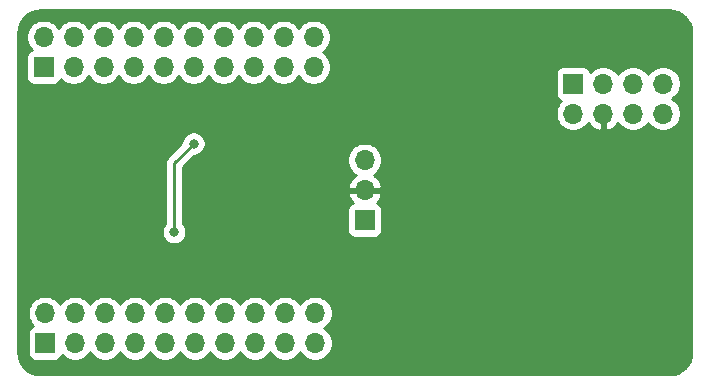
<source format=gbr>
%TF.GenerationSoftware,KiCad,Pcbnew,(5.1.8)-1*%
%TF.CreationDate,2021-12-09T12:46:22+01:00*%
%TF.ProjectId,Prototyp,50726f74-6f74-4797-902e-6b696361645f,rev?*%
%TF.SameCoordinates,Original*%
%TF.FileFunction,Copper,L2,Bot*%
%TF.FilePolarity,Positive*%
%FSLAX46Y46*%
G04 Gerber Fmt 4.6, Leading zero omitted, Abs format (unit mm)*
G04 Created by KiCad (PCBNEW (5.1.8)-1) date 2021-12-09 12:46:22*
%MOMM*%
%LPD*%
G01*
G04 APERTURE LIST*
%TA.AperFunction,ComponentPad*%
%ADD10O,1.700000X1.700000*%
%TD*%
%TA.AperFunction,ComponentPad*%
%ADD11R,1.700000X1.700000*%
%TD*%
%TA.AperFunction,ViaPad*%
%ADD12C,0.800000*%
%TD*%
%TA.AperFunction,Conductor*%
%ADD13C,0.250000*%
%TD*%
%TA.AperFunction,Conductor*%
%ADD14C,0.254000*%
%TD*%
%TA.AperFunction,Conductor*%
%ADD15C,0.100000*%
%TD*%
G04 APERTURE END LIST*
D10*
%TO.P,J3,8*%
%TO.N,Net-(J3-Pad8)*%
X243332000Y-109347000D03*
%TO.P,J3,7*%
%TO.N,Net-(J3-Pad7)*%
X243332000Y-106807000D03*
%TO.P,J3,6*%
%TO.N,Net-(J3-Pad6)*%
X240792000Y-109347000D03*
%TO.P,J3,5*%
%TO.N,Net-(J3-Pad5)*%
X240792000Y-106807000D03*
%TO.P,J3,4*%
%TO.N,GND*%
X238252000Y-109347000D03*
%TO.P,J3,3*%
%TO.N,Net-(J3-Pad3)*%
X238252000Y-106807000D03*
%TO.P,J3,2*%
%TO.N,Net-(J3-Pad2)*%
X235712000Y-109347000D03*
D11*
%TO.P,J3,1*%
%TO.N,Net-(J3-Pad1)*%
X235712000Y-106807000D03*
%TD*%
D10*
%TO.P,J4,3*%
%TO.N,Net-(J4-Pad3)*%
X218059000Y-113284000D03*
%TO.P,J4,2*%
%TO.N,GND*%
X218059000Y-115824000D03*
D11*
%TO.P,J4,1*%
%TO.N,Net-(J4-Pad1)*%
X218059000Y-118364000D03*
%TD*%
D10*
%TO.P,J2,20*%
%TO.N,Net-(J2-Pad20)*%
X213741000Y-102870000D03*
%TO.P,J2,19*%
%TO.N,Net-(J2-Pad19)*%
X213741000Y-105410000D03*
%TO.P,J2,18*%
%TO.N,Net-(J2-Pad18)*%
X211201000Y-102870000D03*
%TO.P,J2,17*%
%TO.N,Net-(J2-Pad17)*%
X211201000Y-105410000D03*
%TO.P,J2,16*%
%TO.N,Net-(J2-Pad16)*%
X208661000Y-102870000D03*
%TO.P,J2,15*%
%TO.N,Net-(J2-Pad15)*%
X208661000Y-105410000D03*
%TO.P,J2,14*%
%TO.N,Net-(J2-Pad14)*%
X206121000Y-102870000D03*
%TO.P,J2,13*%
%TO.N,Net-(J2-Pad13)*%
X206121000Y-105410000D03*
%TO.P,J2,12*%
%TO.N,Net-(J2-Pad12)*%
X203581000Y-102870000D03*
%TO.P,J2,11*%
%TO.N,Net-(J2-Pad11)*%
X203581000Y-105410000D03*
%TO.P,J2,10*%
%TO.N,Net-(J2-Pad10)*%
X201041000Y-102870000D03*
%TO.P,J2,9*%
%TO.N,Net-(J2-Pad9)*%
X201041000Y-105410000D03*
%TO.P,J2,8*%
%TO.N,Net-(J2-Pad8)*%
X198501000Y-102870000D03*
%TO.P,J2,7*%
%TO.N,Net-(J2-Pad7)*%
X198501000Y-105410000D03*
%TO.P,J2,6*%
%TO.N,Net-(J2-Pad6)*%
X195961000Y-102870000D03*
%TO.P,J2,5*%
%TO.N,Net-(J2-Pad5)*%
X195961000Y-105410000D03*
%TO.P,J2,4*%
%TO.N,Net-(J2-Pad4)*%
X193421000Y-102870000D03*
%TO.P,J2,3*%
%TO.N,Net-(J2-Pad3)*%
X193421000Y-105410000D03*
%TO.P,J2,2*%
%TO.N,Net-(J2-Pad2)*%
X190881000Y-102870000D03*
D11*
%TO.P,J2,1*%
%TO.N,Net-(J2-Pad1)*%
X190881000Y-105410000D03*
%TD*%
D10*
%TO.P,J1,20*%
%TO.N,Net-(J1-Pad20)*%
X213868000Y-126238000D03*
%TO.P,J1,19*%
%TO.N,Net-(J1-Pad19)*%
X213868000Y-128778000D03*
%TO.P,J1,18*%
%TO.N,Net-(J1-Pad18)*%
X211328000Y-126238000D03*
%TO.P,J1,17*%
%TO.N,Net-(J1-Pad17)*%
X211328000Y-128778000D03*
%TO.P,J1,16*%
%TO.N,Net-(J1-Pad16)*%
X208788000Y-126238000D03*
%TO.P,J1,15*%
%TO.N,Net-(J1-Pad15)*%
X208788000Y-128778000D03*
%TO.P,J1,14*%
%TO.N,Net-(J1-Pad14)*%
X206248000Y-126238000D03*
%TO.P,J1,13*%
%TO.N,Net-(J1-Pad13)*%
X206248000Y-128778000D03*
%TO.P,J1,12*%
%TO.N,Net-(J1-Pad12)*%
X203708000Y-126238000D03*
%TO.P,J1,11*%
%TO.N,Net-(J1-Pad11)*%
X203708000Y-128778000D03*
%TO.P,J1,10*%
%TO.N,Net-(J1-Pad10)*%
X201168000Y-126238000D03*
%TO.P,J1,9*%
%TO.N,Net-(J1-Pad9)*%
X201168000Y-128778000D03*
%TO.P,J1,8*%
%TO.N,Net-(J1-Pad8)*%
X198628000Y-126238000D03*
%TO.P,J1,7*%
%TO.N,Net-(J1-Pad7)*%
X198628000Y-128778000D03*
%TO.P,J1,6*%
%TO.N,Net-(J1-Pad6)*%
X196088000Y-126238000D03*
%TO.P,J1,5*%
%TO.N,Net-(J1-Pad5)*%
X196088000Y-128778000D03*
%TO.P,J1,4*%
%TO.N,Net-(J1-Pad4)*%
X193548000Y-126238000D03*
%TO.P,J1,3*%
%TO.N,Net-(J1-Pad3)*%
X193548000Y-128778000D03*
%TO.P,J1,2*%
%TO.N,Net-(J1-Pad2)*%
X191008000Y-126238000D03*
D11*
%TO.P,J1,1*%
%TO.N,Net-(J1-Pad1)*%
X191008000Y-128778000D03*
%TD*%
D12*
%TO.N,GND*%
X197866000Y-120269000D03*
X200279000Y-112776000D03*
%TO.N,Net-(J4-Pad1)*%
X203581000Y-111887000D03*
X201930000Y-119380000D03*
%TD*%
D13*
%TO.N,GND*%
X197866000Y-115189000D02*
X200279000Y-112776000D01*
X197866000Y-120269000D02*
X197866000Y-115189000D01*
%TO.N,Net-(J4-Pad1)*%
X201930000Y-113538000D02*
X201930000Y-119380000D01*
X203581000Y-111887000D02*
X201930000Y-113538000D01*
%TD*%
D14*
%TO.N,GND*%
X244204545Y-100647909D02*
X244555208Y-100753780D01*
X244878625Y-100925744D01*
X245162484Y-101157254D01*
X245395965Y-101439486D01*
X245570183Y-101761695D01*
X245678502Y-102111614D01*
X245720001Y-102506452D01*
X245720000Y-129507721D01*
X245681091Y-129904545D01*
X245575220Y-130255206D01*
X245403257Y-130578623D01*
X245171748Y-130862482D01*
X244889514Y-131095965D01*
X244567304Y-131270184D01*
X244217385Y-131378502D01*
X243822557Y-131420000D01*
X190659279Y-131420000D01*
X190262455Y-131381091D01*
X189911794Y-131275220D01*
X189588377Y-131103257D01*
X189304518Y-130871748D01*
X189071035Y-130589514D01*
X188896816Y-130267304D01*
X188788498Y-129917385D01*
X188747000Y-129522557D01*
X188747000Y-127928000D01*
X189519928Y-127928000D01*
X189519928Y-129628000D01*
X189532188Y-129752482D01*
X189568498Y-129872180D01*
X189627463Y-129982494D01*
X189706815Y-130079185D01*
X189803506Y-130158537D01*
X189913820Y-130217502D01*
X190033518Y-130253812D01*
X190158000Y-130266072D01*
X191858000Y-130266072D01*
X191982482Y-130253812D01*
X192102180Y-130217502D01*
X192212494Y-130158537D01*
X192309185Y-130079185D01*
X192388537Y-129982494D01*
X192447502Y-129872180D01*
X192469513Y-129799620D01*
X192601368Y-129931475D01*
X192844589Y-130093990D01*
X193114842Y-130205932D01*
X193401740Y-130263000D01*
X193694260Y-130263000D01*
X193981158Y-130205932D01*
X194251411Y-130093990D01*
X194494632Y-129931475D01*
X194701475Y-129724632D01*
X194818000Y-129550240D01*
X194934525Y-129724632D01*
X195141368Y-129931475D01*
X195384589Y-130093990D01*
X195654842Y-130205932D01*
X195941740Y-130263000D01*
X196234260Y-130263000D01*
X196521158Y-130205932D01*
X196791411Y-130093990D01*
X197034632Y-129931475D01*
X197241475Y-129724632D01*
X197358000Y-129550240D01*
X197474525Y-129724632D01*
X197681368Y-129931475D01*
X197924589Y-130093990D01*
X198194842Y-130205932D01*
X198481740Y-130263000D01*
X198774260Y-130263000D01*
X199061158Y-130205932D01*
X199331411Y-130093990D01*
X199574632Y-129931475D01*
X199781475Y-129724632D01*
X199898000Y-129550240D01*
X200014525Y-129724632D01*
X200221368Y-129931475D01*
X200464589Y-130093990D01*
X200734842Y-130205932D01*
X201021740Y-130263000D01*
X201314260Y-130263000D01*
X201601158Y-130205932D01*
X201871411Y-130093990D01*
X202114632Y-129931475D01*
X202321475Y-129724632D01*
X202438000Y-129550240D01*
X202554525Y-129724632D01*
X202761368Y-129931475D01*
X203004589Y-130093990D01*
X203274842Y-130205932D01*
X203561740Y-130263000D01*
X203854260Y-130263000D01*
X204141158Y-130205932D01*
X204411411Y-130093990D01*
X204654632Y-129931475D01*
X204861475Y-129724632D01*
X204978000Y-129550240D01*
X205094525Y-129724632D01*
X205301368Y-129931475D01*
X205544589Y-130093990D01*
X205814842Y-130205932D01*
X206101740Y-130263000D01*
X206394260Y-130263000D01*
X206681158Y-130205932D01*
X206951411Y-130093990D01*
X207194632Y-129931475D01*
X207401475Y-129724632D01*
X207518000Y-129550240D01*
X207634525Y-129724632D01*
X207841368Y-129931475D01*
X208084589Y-130093990D01*
X208354842Y-130205932D01*
X208641740Y-130263000D01*
X208934260Y-130263000D01*
X209221158Y-130205932D01*
X209491411Y-130093990D01*
X209734632Y-129931475D01*
X209941475Y-129724632D01*
X210058000Y-129550240D01*
X210174525Y-129724632D01*
X210381368Y-129931475D01*
X210624589Y-130093990D01*
X210894842Y-130205932D01*
X211181740Y-130263000D01*
X211474260Y-130263000D01*
X211761158Y-130205932D01*
X212031411Y-130093990D01*
X212274632Y-129931475D01*
X212481475Y-129724632D01*
X212598000Y-129550240D01*
X212714525Y-129724632D01*
X212921368Y-129931475D01*
X213164589Y-130093990D01*
X213434842Y-130205932D01*
X213721740Y-130263000D01*
X214014260Y-130263000D01*
X214301158Y-130205932D01*
X214571411Y-130093990D01*
X214814632Y-129931475D01*
X215021475Y-129724632D01*
X215183990Y-129481411D01*
X215295932Y-129211158D01*
X215353000Y-128924260D01*
X215353000Y-128631740D01*
X215295932Y-128344842D01*
X215183990Y-128074589D01*
X215021475Y-127831368D01*
X214814632Y-127624525D01*
X214640240Y-127508000D01*
X214814632Y-127391475D01*
X215021475Y-127184632D01*
X215183990Y-126941411D01*
X215295932Y-126671158D01*
X215353000Y-126384260D01*
X215353000Y-126091740D01*
X215295932Y-125804842D01*
X215183990Y-125534589D01*
X215021475Y-125291368D01*
X214814632Y-125084525D01*
X214571411Y-124922010D01*
X214301158Y-124810068D01*
X214014260Y-124753000D01*
X213721740Y-124753000D01*
X213434842Y-124810068D01*
X213164589Y-124922010D01*
X212921368Y-125084525D01*
X212714525Y-125291368D01*
X212598000Y-125465760D01*
X212481475Y-125291368D01*
X212274632Y-125084525D01*
X212031411Y-124922010D01*
X211761158Y-124810068D01*
X211474260Y-124753000D01*
X211181740Y-124753000D01*
X210894842Y-124810068D01*
X210624589Y-124922010D01*
X210381368Y-125084525D01*
X210174525Y-125291368D01*
X210058000Y-125465760D01*
X209941475Y-125291368D01*
X209734632Y-125084525D01*
X209491411Y-124922010D01*
X209221158Y-124810068D01*
X208934260Y-124753000D01*
X208641740Y-124753000D01*
X208354842Y-124810068D01*
X208084589Y-124922010D01*
X207841368Y-125084525D01*
X207634525Y-125291368D01*
X207518000Y-125465760D01*
X207401475Y-125291368D01*
X207194632Y-125084525D01*
X206951411Y-124922010D01*
X206681158Y-124810068D01*
X206394260Y-124753000D01*
X206101740Y-124753000D01*
X205814842Y-124810068D01*
X205544589Y-124922010D01*
X205301368Y-125084525D01*
X205094525Y-125291368D01*
X204978000Y-125465760D01*
X204861475Y-125291368D01*
X204654632Y-125084525D01*
X204411411Y-124922010D01*
X204141158Y-124810068D01*
X203854260Y-124753000D01*
X203561740Y-124753000D01*
X203274842Y-124810068D01*
X203004589Y-124922010D01*
X202761368Y-125084525D01*
X202554525Y-125291368D01*
X202438000Y-125465760D01*
X202321475Y-125291368D01*
X202114632Y-125084525D01*
X201871411Y-124922010D01*
X201601158Y-124810068D01*
X201314260Y-124753000D01*
X201021740Y-124753000D01*
X200734842Y-124810068D01*
X200464589Y-124922010D01*
X200221368Y-125084525D01*
X200014525Y-125291368D01*
X199898000Y-125465760D01*
X199781475Y-125291368D01*
X199574632Y-125084525D01*
X199331411Y-124922010D01*
X199061158Y-124810068D01*
X198774260Y-124753000D01*
X198481740Y-124753000D01*
X198194842Y-124810068D01*
X197924589Y-124922010D01*
X197681368Y-125084525D01*
X197474525Y-125291368D01*
X197358000Y-125465760D01*
X197241475Y-125291368D01*
X197034632Y-125084525D01*
X196791411Y-124922010D01*
X196521158Y-124810068D01*
X196234260Y-124753000D01*
X195941740Y-124753000D01*
X195654842Y-124810068D01*
X195384589Y-124922010D01*
X195141368Y-125084525D01*
X194934525Y-125291368D01*
X194818000Y-125465760D01*
X194701475Y-125291368D01*
X194494632Y-125084525D01*
X194251411Y-124922010D01*
X193981158Y-124810068D01*
X193694260Y-124753000D01*
X193401740Y-124753000D01*
X193114842Y-124810068D01*
X192844589Y-124922010D01*
X192601368Y-125084525D01*
X192394525Y-125291368D01*
X192278000Y-125465760D01*
X192161475Y-125291368D01*
X191954632Y-125084525D01*
X191711411Y-124922010D01*
X191441158Y-124810068D01*
X191154260Y-124753000D01*
X190861740Y-124753000D01*
X190574842Y-124810068D01*
X190304589Y-124922010D01*
X190061368Y-125084525D01*
X189854525Y-125291368D01*
X189692010Y-125534589D01*
X189580068Y-125804842D01*
X189523000Y-126091740D01*
X189523000Y-126384260D01*
X189580068Y-126671158D01*
X189692010Y-126941411D01*
X189854525Y-127184632D01*
X189986380Y-127316487D01*
X189913820Y-127338498D01*
X189803506Y-127397463D01*
X189706815Y-127476815D01*
X189627463Y-127573506D01*
X189568498Y-127683820D01*
X189532188Y-127803518D01*
X189519928Y-127928000D01*
X188747000Y-127928000D01*
X188747000Y-119278061D01*
X200895000Y-119278061D01*
X200895000Y-119481939D01*
X200934774Y-119681898D01*
X201012795Y-119870256D01*
X201126063Y-120039774D01*
X201270226Y-120183937D01*
X201439744Y-120297205D01*
X201628102Y-120375226D01*
X201828061Y-120415000D01*
X202031939Y-120415000D01*
X202231898Y-120375226D01*
X202420256Y-120297205D01*
X202589774Y-120183937D01*
X202733937Y-120039774D01*
X202847205Y-119870256D01*
X202925226Y-119681898D01*
X202965000Y-119481939D01*
X202965000Y-119278061D01*
X202925226Y-119078102D01*
X202847205Y-118889744D01*
X202733937Y-118720226D01*
X202690000Y-118676289D01*
X202690000Y-117514000D01*
X216570928Y-117514000D01*
X216570928Y-119214000D01*
X216583188Y-119338482D01*
X216619498Y-119458180D01*
X216678463Y-119568494D01*
X216757815Y-119665185D01*
X216854506Y-119744537D01*
X216964820Y-119803502D01*
X217084518Y-119839812D01*
X217209000Y-119852072D01*
X218909000Y-119852072D01*
X219033482Y-119839812D01*
X219153180Y-119803502D01*
X219263494Y-119744537D01*
X219360185Y-119665185D01*
X219439537Y-119568494D01*
X219498502Y-119458180D01*
X219534812Y-119338482D01*
X219547072Y-119214000D01*
X219547072Y-117514000D01*
X219534812Y-117389518D01*
X219498502Y-117269820D01*
X219439537Y-117159506D01*
X219360185Y-117062815D01*
X219263494Y-116983463D01*
X219153180Y-116924498D01*
X219072534Y-116900034D01*
X219156588Y-116824269D01*
X219330641Y-116590920D01*
X219455825Y-116328099D01*
X219500476Y-116180890D01*
X219379155Y-115951000D01*
X218186000Y-115951000D01*
X218186000Y-115971000D01*
X217932000Y-115971000D01*
X217932000Y-115951000D01*
X216738845Y-115951000D01*
X216617524Y-116180890D01*
X216662175Y-116328099D01*
X216787359Y-116590920D01*
X216961412Y-116824269D01*
X217045466Y-116900034D01*
X216964820Y-116924498D01*
X216854506Y-116983463D01*
X216757815Y-117062815D01*
X216678463Y-117159506D01*
X216619498Y-117269820D01*
X216583188Y-117389518D01*
X216570928Y-117514000D01*
X202690000Y-117514000D01*
X202690000Y-113852801D01*
X203405061Y-113137740D01*
X216574000Y-113137740D01*
X216574000Y-113430260D01*
X216631068Y-113717158D01*
X216743010Y-113987411D01*
X216905525Y-114230632D01*
X217112368Y-114437475D01*
X217294534Y-114559195D01*
X217177645Y-114628822D01*
X216961412Y-114823731D01*
X216787359Y-115057080D01*
X216662175Y-115319901D01*
X216617524Y-115467110D01*
X216738845Y-115697000D01*
X217932000Y-115697000D01*
X217932000Y-115677000D01*
X218186000Y-115677000D01*
X218186000Y-115697000D01*
X219379155Y-115697000D01*
X219500476Y-115467110D01*
X219455825Y-115319901D01*
X219330641Y-115057080D01*
X219156588Y-114823731D01*
X218940355Y-114628822D01*
X218823466Y-114559195D01*
X219005632Y-114437475D01*
X219212475Y-114230632D01*
X219374990Y-113987411D01*
X219486932Y-113717158D01*
X219544000Y-113430260D01*
X219544000Y-113137740D01*
X219486932Y-112850842D01*
X219374990Y-112580589D01*
X219212475Y-112337368D01*
X219005632Y-112130525D01*
X218762411Y-111968010D01*
X218492158Y-111856068D01*
X218205260Y-111799000D01*
X217912740Y-111799000D01*
X217625842Y-111856068D01*
X217355589Y-111968010D01*
X217112368Y-112130525D01*
X216905525Y-112337368D01*
X216743010Y-112580589D01*
X216631068Y-112850842D01*
X216574000Y-113137740D01*
X203405061Y-113137740D01*
X203620802Y-112922000D01*
X203682939Y-112922000D01*
X203882898Y-112882226D01*
X204071256Y-112804205D01*
X204240774Y-112690937D01*
X204384937Y-112546774D01*
X204498205Y-112377256D01*
X204576226Y-112188898D01*
X204616000Y-111988939D01*
X204616000Y-111785061D01*
X204576226Y-111585102D01*
X204498205Y-111396744D01*
X204384937Y-111227226D01*
X204240774Y-111083063D01*
X204071256Y-110969795D01*
X203882898Y-110891774D01*
X203682939Y-110852000D01*
X203479061Y-110852000D01*
X203279102Y-110891774D01*
X203090744Y-110969795D01*
X202921226Y-111083063D01*
X202777063Y-111227226D01*
X202663795Y-111396744D01*
X202585774Y-111585102D01*
X202546000Y-111785061D01*
X202546000Y-111847198D01*
X201419003Y-112974196D01*
X201389999Y-112997999D01*
X201334871Y-113065174D01*
X201295026Y-113113724D01*
X201224455Y-113245753D01*
X201224454Y-113245754D01*
X201180997Y-113389015D01*
X201170000Y-113500668D01*
X201170000Y-113500678D01*
X201166324Y-113538000D01*
X201170000Y-113575323D01*
X201170001Y-118676288D01*
X201126063Y-118720226D01*
X201012795Y-118889744D01*
X200934774Y-119078102D01*
X200895000Y-119278061D01*
X188747000Y-119278061D01*
X188747000Y-104560000D01*
X189392928Y-104560000D01*
X189392928Y-106260000D01*
X189405188Y-106384482D01*
X189441498Y-106504180D01*
X189500463Y-106614494D01*
X189579815Y-106711185D01*
X189676506Y-106790537D01*
X189786820Y-106849502D01*
X189906518Y-106885812D01*
X190031000Y-106898072D01*
X191731000Y-106898072D01*
X191855482Y-106885812D01*
X191975180Y-106849502D01*
X192085494Y-106790537D01*
X192182185Y-106711185D01*
X192261537Y-106614494D01*
X192320502Y-106504180D01*
X192342513Y-106431620D01*
X192474368Y-106563475D01*
X192717589Y-106725990D01*
X192987842Y-106837932D01*
X193274740Y-106895000D01*
X193567260Y-106895000D01*
X193854158Y-106837932D01*
X194124411Y-106725990D01*
X194367632Y-106563475D01*
X194574475Y-106356632D01*
X194691000Y-106182240D01*
X194807525Y-106356632D01*
X195014368Y-106563475D01*
X195257589Y-106725990D01*
X195527842Y-106837932D01*
X195814740Y-106895000D01*
X196107260Y-106895000D01*
X196394158Y-106837932D01*
X196664411Y-106725990D01*
X196907632Y-106563475D01*
X197114475Y-106356632D01*
X197231000Y-106182240D01*
X197347525Y-106356632D01*
X197554368Y-106563475D01*
X197797589Y-106725990D01*
X198067842Y-106837932D01*
X198354740Y-106895000D01*
X198647260Y-106895000D01*
X198934158Y-106837932D01*
X199204411Y-106725990D01*
X199447632Y-106563475D01*
X199654475Y-106356632D01*
X199771000Y-106182240D01*
X199887525Y-106356632D01*
X200094368Y-106563475D01*
X200337589Y-106725990D01*
X200607842Y-106837932D01*
X200894740Y-106895000D01*
X201187260Y-106895000D01*
X201474158Y-106837932D01*
X201744411Y-106725990D01*
X201987632Y-106563475D01*
X202194475Y-106356632D01*
X202311000Y-106182240D01*
X202427525Y-106356632D01*
X202634368Y-106563475D01*
X202877589Y-106725990D01*
X203147842Y-106837932D01*
X203434740Y-106895000D01*
X203727260Y-106895000D01*
X204014158Y-106837932D01*
X204284411Y-106725990D01*
X204527632Y-106563475D01*
X204734475Y-106356632D01*
X204851000Y-106182240D01*
X204967525Y-106356632D01*
X205174368Y-106563475D01*
X205417589Y-106725990D01*
X205687842Y-106837932D01*
X205974740Y-106895000D01*
X206267260Y-106895000D01*
X206554158Y-106837932D01*
X206824411Y-106725990D01*
X207067632Y-106563475D01*
X207274475Y-106356632D01*
X207391000Y-106182240D01*
X207507525Y-106356632D01*
X207714368Y-106563475D01*
X207957589Y-106725990D01*
X208227842Y-106837932D01*
X208514740Y-106895000D01*
X208807260Y-106895000D01*
X209094158Y-106837932D01*
X209364411Y-106725990D01*
X209607632Y-106563475D01*
X209814475Y-106356632D01*
X209931000Y-106182240D01*
X210047525Y-106356632D01*
X210254368Y-106563475D01*
X210497589Y-106725990D01*
X210767842Y-106837932D01*
X211054740Y-106895000D01*
X211347260Y-106895000D01*
X211634158Y-106837932D01*
X211904411Y-106725990D01*
X212147632Y-106563475D01*
X212354475Y-106356632D01*
X212471000Y-106182240D01*
X212587525Y-106356632D01*
X212794368Y-106563475D01*
X213037589Y-106725990D01*
X213307842Y-106837932D01*
X213594740Y-106895000D01*
X213887260Y-106895000D01*
X214174158Y-106837932D01*
X214444411Y-106725990D01*
X214687632Y-106563475D01*
X214894475Y-106356632D01*
X215056990Y-106113411D01*
X215121777Y-105957000D01*
X234223928Y-105957000D01*
X234223928Y-107657000D01*
X234236188Y-107781482D01*
X234272498Y-107901180D01*
X234331463Y-108011494D01*
X234410815Y-108108185D01*
X234507506Y-108187537D01*
X234617820Y-108246502D01*
X234690380Y-108268513D01*
X234558525Y-108400368D01*
X234396010Y-108643589D01*
X234284068Y-108913842D01*
X234227000Y-109200740D01*
X234227000Y-109493260D01*
X234284068Y-109780158D01*
X234396010Y-110050411D01*
X234558525Y-110293632D01*
X234765368Y-110500475D01*
X235008589Y-110662990D01*
X235278842Y-110774932D01*
X235565740Y-110832000D01*
X235858260Y-110832000D01*
X236145158Y-110774932D01*
X236415411Y-110662990D01*
X236658632Y-110500475D01*
X236865475Y-110293632D01*
X236987195Y-110111466D01*
X237056822Y-110228355D01*
X237251731Y-110444588D01*
X237485080Y-110618641D01*
X237747901Y-110743825D01*
X237895110Y-110788476D01*
X238125000Y-110667155D01*
X238125000Y-109474000D01*
X238105000Y-109474000D01*
X238105000Y-109220000D01*
X238125000Y-109220000D01*
X238125000Y-109200000D01*
X238379000Y-109200000D01*
X238379000Y-109220000D01*
X238399000Y-109220000D01*
X238399000Y-109474000D01*
X238379000Y-109474000D01*
X238379000Y-110667155D01*
X238608890Y-110788476D01*
X238756099Y-110743825D01*
X239018920Y-110618641D01*
X239252269Y-110444588D01*
X239447178Y-110228355D01*
X239516805Y-110111466D01*
X239638525Y-110293632D01*
X239845368Y-110500475D01*
X240088589Y-110662990D01*
X240358842Y-110774932D01*
X240645740Y-110832000D01*
X240938260Y-110832000D01*
X241225158Y-110774932D01*
X241495411Y-110662990D01*
X241738632Y-110500475D01*
X241945475Y-110293632D01*
X242062000Y-110119240D01*
X242178525Y-110293632D01*
X242385368Y-110500475D01*
X242628589Y-110662990D01*
X242898842Y-110774932D01*
X243185740Y-110832000D01*
X243478260Y-110832000D01*
X243765158Y-110774932D01*
X244035411Y-110662990D01*
X244278632Y-110500475D01*
X244485475Y-110293632D01*
X244647990Y-110050411D01*
X244759932Y-109780158D01*
X244817000Y-109493260D01*
X244817000Y-109200740D01*
X244759932Y-108913842D01*
X244647990Y-108643589D01*
X244485475Y-108400368D01*
X244278632Y-108193525D01*
X244104240Y-108077000D01*
X244278632Y-107960475D01*
X244485475Y-107753632D01*
X244647990Y-107510411D01*
X244759932Y-107240158D01*
X244817000Y-106953260D01*
X244817000Y-106660740D01*
X244759932Y-106373842D01*
X244647990Y-106103589D01*
X244485475Y-105860368D01*
X244278632Y-105653525D01*
X244035411Y-105491010D01*
X243765158Y-105379068D01*
X243478260Y-105322000D01*
X243185740Y-105322000D01*
X242898842Y-105379068D01*
X242628589Y-105491010D01*
X242385368Y-105653525D01*
X242178525Y-105860368D01*
X242062000Y-106034760D01*
X241945475Y-105860368D01*
X241738632Y-105653525D01*
X241495411Y-105491010D01*
X241225158Y-105379068D01*
X240938260Y-105322000D01*
X240645740Y-105322000D01*
X240358842Y-105379068D01*
X240088589Y-105491010D01*
X239845368Y-105653525D01*
X239638525Y-105860368D01*
X239522000Y-106034760D01*
X239405475Y-105860368D01*
X239198632Y-105653525D01*
X238955411Y-105491010D01*
X238685158Y-105379068D01*
X238398260Y-105322000D01*
X238105740Y-105322000D01*
X237818842Y-105379068D01*
X237548589Y-105491010D01*
X237305368Y-105653525D01*
X237173513Y-105785380D01*
X237151502Y-105712820D01*
X237092537Y-105602506D01*
X237013185Y-105505815D01*
X236916494Y-105426463D01*
X236806180Y-105367498D01*
X236686482Y-105331188D01*
X236562000Y-105318928D01*
X234862000Y-105318928D01*
X234737518Y-105331188D01*
X234617820Y-105367498D01*
X234507506Y-105426463D01*
X234410815Y-105505815D01*
X234331463Y-105602506D01*
X234272498Y-105712820D01*
X234236188Y-105832518D01*
X234223928Y-105957000D01*
X215121777Y-105957000D01*
X215168932Y-105843158D01*
X215226000Y-105556260D01*
X215226000Y-105263740D01*
X215168932Y-104976842D01*
X215056990Y-104706589D01*
X214894475Y-104463368D01*
X214687632Y-104256525D01*
X214513240Y-104140000D01*
X214687632Y-104023475D01*
X214894475Y-103816632D01*
X215056990Y-103573411D01*
X215168932Y-103303158D01*
X215226000Y-103016260D01*
X215226000Y-102723740D01*
X215168932Y-102436842D01*
X215056990Y-102166589D01*
X214894475Y-101923368D01*
X214687632Y-101716525D01*
X214444411Y-101554010D01*
X214174158Y-101442068D01*
X213887260Y-101385000D01*
X213594740Y-101385000D01*
X213307842Y-101442068D01*
X213037589Y-101554010D01*
X212794368Y-101716525D01*
X212587525Y-101923368D01*
X212471000Y-102097760D01*
X212354475Y-101923368D01*
X212147632Y-101716525D01*
X211904411Y-101554010D01*
X211634158Y-101442068D01*
X211347260Y-101385000D01*
X211054740Y-101385000D01*
X210767842Y-101442068D01*
X210497589Y-101554010D01*
X210254368Y-101716525D01*
X210047525Y-101923368D01*
X209931000Y-102097760D01*
X209814475Y-101923368D01*
X209607632Y-101716525D01*
X209364411Y-101554010D01*
X209094158Y-101442068D01*
X208807260Y-101385000D01*
X208514740Y-101385000D01*
X208227842Y-101442068D01*
X207957589Y-101554010D01*
X207714368Y-101716525D01*
X207507525Y-101923368D01*
X207391000Y-102097760D01*
X207274475Y-101923368D01*
X207067632Y-101716525D01*
X206824411Y-101554010D01*
X206554158Y-101442068D01*
X206267260Y-101385000D01*
X205974740Y-101385000D01*
X205687842Y-101442068D01*
X205417589Y-101554010D01*
X205174368Y-101716525D01*
X204967525Y-101923368D01*
X204851000Y-102097760D01*
X204734475Y-101923368D01*
X204527632Y-101716525D01*
X204284411Y-101554010D01*
X204014158Y-101442068D01*
X203727260Y-101385000D01*
X203434740Y-101385000D01*
X203147842Y-101442068D01*
X202877589Y-101554010D01*
X202634368Y-101716525D01*
X202427525Y-101923368D01*
X202311000Y-102097760D01*
X202194475Y-101923368D01*
X201987632Y-101716525D01*
X201744411Y-101554010D01*
X201474158Y-101442068D01*
X201187260Y-101385000D01*
X200894740Y-101385000D01*
X200607842Y-101442068D01*
X200337589Y-101554010D01*
X200094368Y-101716525D01*
X199887525Y-101923368D01*
X199771000Y-102097760D01*
X199654475Y-101923368D01*
X199447632Y-101716525D01*
X199204411Y-101554010D01*
X198934158Y-101442068D01*
X198647260Y-101385000D01*
X198354740Y-101385000D01*
X198067842Y-101442068D01*
X197797589Y-101554010D01*
X197554368Y-101716525D01*
X197347525Y-101923368D01*
X197231000Y-102097760D01*
X197114475Y-101923368D01*
X196907632Y-101716525D01*
X196664411Y-101554010D01*
X196394158Y-101442068D01*
X196107260Y-101385000D01*
X195814740Y-101385000D01*
X195527842Y-101442068D01*
X195257589Y-101554010D01*
X195014368Y-101716525D01*
X194807525Y-101923368D01*
X194691000Y-102097760D01*
X194574475Y-101923368D01*
X194367632Y-101716525D01*
X194124411Y-101554010D01*
X193854158Y-101442068D01*
X193567260Y-101385000D01*
X193274740Y-101385000D01*
X192987842Y-101442068D01*
X192717589Y-101554010D01*
X192474368Y-101716525D01*
X192267525Y-101923368D01*
X192151000Y-102097760D01*
X192034475Y-101923368D01*
X191827632Y-101716525D01*
X191584411Y-101554010D01*
X191314158Y-101442068D01*
X191027260Y-101385000D01*
X190734740Y-101385000D01*
X190447842Y-101442068D01*
X190177589Y-101554010D01*
X189934368Y-101716525D01*
X189727525Y-101923368D01*
X189565010Y-102166589D01*
X189453068Y-102436842D01*
X189396000Y-102723740D01*
X189396000Y-103016260D01*
X189453068Y-103303158D01*
X189565010Y-103573411D01*
X189727525Y-103816632D01*
X189859380Y-103948487D01*
X189786820Y-103970498D01*
X189676506Y-104029463D01*
X189579815Y-104108815D01*
X189500463Y-104205506D01*
X189441498Y-104315820D01*
X189405188Y-104435518D01*
X189392928Y-104560000D01*
X188747000Y-104560000D01*
X188747000Y-102521279D01*
X188785909Y-102124455D01*
X188891780Y-101773792D01*
X189063744Y-101450375D01*
X189295254Y-101166516D01*
X189577486Y-100933035D01*
X189899695Y-100758817D01*
X190249614Y-100650498D01*
X190644443Y-100609000D01*
X243807721Y-100609000D01*
X244204545Y-100647909D01*
%TA.AperFunction,Conductor*%
D15*
G36*
X244204545Y-100647909D02*
G01*
X244555208Y-100753780D01*
X244878625Y-100925744D01*
X245162484Y-101157254D01*
X245395965Y-101439486D01*
X245570183Y-101761695D01*
X245678502Y-102111614D01*
X245720001Y-102506452D01*
X245720000Y-129507721D01*
X245681091Y-129904545D01*
X245575220Y-130255206D01*
X245403257Y-130578623D01*
X245171748Y-130862482D01*
X244889514Y-131095965D01*
X244567304Y-131270184D01*
X244217385Y-131378502D01*
X243822557Y-131420000D01*
X190659279Y-131420000D01*
X190262455Y-131381091D01*
X189911794Y-131275220D01*
X189588377Y-131103257D01*
X189304518Y-130871748D01*
X189071035Y-130589514D01*
X188896816Y-130267304D01*
X188788498Y-129917385D01*
X188747000Y-129522557D01*
X188747000Y-127928000D01*
X189519928Y-127928000D01*
X189519928Y-129628000D01*
X189532188Y-129752482D01*
X189568498Y-129872180D01*
X189627463Y-129982494D01*
X189706815Y-130079185D01*
X189803506Y-130158537D01*
X189913820Y-130217502D01*
X190033518Y-130253812D01*
X190158000Y-130266072D01*
X191858000Y-130266072D01*
X191982482Y-130253812D01*
X192102180Y-130217502D01*
X192212494Y-130158537D01*
X192309185Y-130079185D01*
X192388537Y-129982494D01*
X192447502Y-129872180D01*
X192469513Y-129799620D01*
X192601368Y-129931475D01*
X192844589Y-130093990D01*
X193114842Y-130205932D01*
X193401740Y-130263000D01*
X193694260Y-130263000D01*
X193981158Y-130205932D01*
X194251411Y-130093990D01*
X194494632Y-129931475D01*
X194701475Y-129724632D01*
X194818000Y-129550240D01*
X194934525Y-129724632D01*
X195141368Y-129931475D01*
X195384589Y-130093990D01*
X195654842Y-130205932D01*
X195941740Y-130263000D01*
X196234260Y-130263000D01*
X196521158Y-130205932D01*
X196791411Y-130093990D01*
X197034632Y-129931475D01*
X197241475Y-129724632D01*
X197358000Y-129550240D01*
X197474525Y-129724632D01*
X197681368Y-129931475D01*
X197924589Y-130093990D01*
X198194842Y-130205932D01*
X198481740Y-130263000D01*
X198774260Y-130263000D01*
X199061158Y-130205932D01*
X199331411Y-130093990D01*
X199574632Y-129931475D01*
X199781475Y-129724632D01*
X199898000Y-129550240D01*
X200014525Y-129724632D01*
X200221368Y-129931475D01*
X200464589Y-130093990D01*
X200734842Y-130205932D01*
X201021740Y-130263000D01*
X201314260Y-130263000D01*
X201601158Y-130205932D01*
X201871411Y-130093990D01*
X202114632Y-129931475D01*
X202321475Y-129724632D01*
X202438000Y-129550240D01*
X202554525Y-129724632D01*
X202761368Y-129931475D01*
X203004589Y-130093990D01*
X203274842Y-130205932D01*
X203561740Y-130263000D01*
X203854260Y-130263000D01*
X204141158Y-130205932D01*
X204411411Y-130093990D01*
X204654632Y-129931475D01*
X204861475Y-129724632D01*
X204978000Y-129550240D01*
X205094525Y-129724632D01*
X205301368Y-129931475D01*
X205544589Y-130093990D01*
X205814842Y-130205932D01*
X206101740Y-130263000D01*
X206394260Y-130263000D01*
X206681158Y-130205932D01*
X206951411Y-130093990D01*
X207194632Y-129931475D01*
X207401475Y-129724632D01*
X207518000Y-129550240D01*
X207634525Y-129724632D01*
X207841368Y-129931475D01*
X208084589Y-130093990D01*
X208354842Y-130205932D01*
X208641740Y-130263000D01*
X208934260Y-130263000D01*
X209221158Y-130205932D01*
X209491411Y-130093990D01*
X209734632Y-129931475D01*
X209941475Y-129724632D01*
X210058000Y-129550240D01*
X210174525Y-129724632D01*
X210381368Y-129931475D01*
X210624589Y-130093990D01*
X210894842Y-130205932D01*
X211181740Y-130263000D01*
X211474260Y-130263000D01*
X211761158Y-130205932D01*
X212031411Y-130093990D01*
X212274632Y-129931475D01*
X212481475Y-129724632D01*
X212598000Y-129550240D01*
X212714525Y-129724632D01*
X212921368Y-129931475D01*
X213164589Y-130093990D01*
X213434842Y-130205932D01*
X213721740Y-130263000D01*
X214014260Y-130263000D01*
X214301158Y-130205932D01*
X214571411Y-130093990D01*
X214814632Y-129931475D01*
X215021475Y-129724632D01*
X215183990Y-129481411D01*
X215295932Y-129211158D01*
X215353000Y-128924260D01*
X215353000Y-128631740D01*
X215295932Y-128344842D01*
X215183990Y-128074589D01*
X215021475Y-127831368D01*
X214814632Y-127624525D01*
X214640240Y-127508000D01*
X214814632Y-127391475D01*
X215021475Y-127184632D01*
X215183990Y-126941411D01*
X215295932Y-126671158D01*
X215353000Y-126384260D01*
X215353000Y-126091740D01*
X215295932Y-125804842D01*
X215183990Y-125534589D01*
X215021475Y-125291368D01*
X214814632Y-125084525D01*
X214571411Y-124922010D01*
X214301158Y-124810068D01*
X214014260Y-124753000D01*
X213721740Y-124753000D01*
X213434842Y-124810068D01*
X213164589Y-124922010D01*
X212921368Y-125084525D01*
X212714525Y-125291368D01*
X212598000Y-125465760D01*
X212481475Y-125291368D01*
X212274632Y-125084525D01*
X212031411Y-124922010D01*
X211761158Y-124810068D01*
X211474260Y-124753000D01*
X211181740Y-124753000D01*
X210894842Y-124810068D01*
X210624589Y-124922010D01*
X210381368Y-125084525D01*
X210174525Y-125291368D01*
X210058000Y-125465760D01*
X209941475Y-125291368D01*
X209734632Y-125084525D01*
X209491411Y-124922010D01*
X209221158Y-124810068D01*
X208934260Y-124753000D01*
X208641740Y-124753000D01*
X208354842Y-124810068D01*
X208084589Y-124922010D01*
X207841368Y-125084525D01*
X207634525Y-125291368D01*
X207518000Y-125465760D01*
X207401475Y-125291368D01*
X207194632Y-125084525D01*
X206951411Y-124922010D01*
X206681158Y-124810068D01*
X206394260Y-124753000D01*
X206101740Y-124753000D01*
X205814842Y-124810068D01*
X205544589Y-124922010D01*
X205301368Y-125084525D01*
X205094525Y-125291368D01*
X204978000Y-125465760D01*
X204861475Y-125291368D01*
X204654632Y-125084525D01*
X204411411Y-124922010D01*
X204141158Y-124810068D01*
X203854260Y-124753000D01*
X203561740Y-124753000D01*
X203274842Y-124810068D01*
X203004589Y-124922010D01*
X202761368Y-125084525D01*
X202554525Y-125291368D01*
X202438000Y-125465760D01*
X202321475Y-125291368D01*
X202114632Y-125084525D01*
X201871411Y-124922010D01*
X201601158Y-124810068D01*
X201314260Y-124753000D01*
X201021740Y-124753000D01*
X200734842Y-124810068D01*
X200464589Y-124922010D01*
X200221368Y-125084525D01*
X200014525Y-125291368D01*
X199898000Y-125465760D01*
X199781475Y-125291368D01*
X199574632Y-125084525D01*
X199331411Y-124922010D01*
X199061158Y-124810068D01*
X198774260Y-124753000D01*
X198481740Y-124753000D01*
X198194842Y-124810068D01*
X197924589Y-124922010D01*
X197681368Y-125084525D01*
X197474525Y-125291368D01*
X197358000Y-125465760D01*
X197241475Y-125291368D01*
X197034632Y-125084525D01*
X196791411Y-124922010D01*
X196521158Y-124810068D01*
X196234260Y-124753000D01*
X195941740Y-124753000D01*
X195654842Y-124810068D01*
X195384589Y-124922010D01*
X195141368Y-125084525D01*
X194934525Y-125291368D01*
X194818000Y-125465760D01*
X194701475Y-125291368D01*
X194494632Y-125084525D01*
X194251411Y-124922010D01*
X193981158Y-124810068D01*
X193694260Y-124753000D01*
X193401740Y-124753000D01*
X193114842Y-124810068D01*
X192844589Y-124922010D01*
X192601368Y-125084525D01*
X192394525Y-125291368D01*
X192278000Y-125465760D01*
X192161475Y-125291368D01*
X191954632Y-125084525D01*
X191711411Y-124922010D01*
X191441158Y-124810068D01*
X191154260Y-124753000D01*
X190861740Y-124753000D01*
X190574842Y-124810068D01*
X190304589Y-124922010D01*
X190061368Y-125084525D01*
X189854525Y-125291368D01*
X189692010Y-125534589D01*
X189580068Y-125804842D01*
X189523000Y-126091740D01*
X189523000Y-126384260D01*
X189580068Y-126671158D01*
X189692010Y-126941411D01*
X189854525Y-127184632D01*
X189986380Y-127316487D01*
X189913820Y-127338498D01*
X189803506Y-127397463D01*
X189706815Y-127476815D01*
X189627463Y-127573506D01*
X189568498Y-127683820D01*
X189532188Y-127803518D01*
X189519928Y-127928000D01*
X188747000Y-127928000D01*
X188747000Y-119278061D01*
X200895000Y-119278061D01*
X200895000Y-119481939D01*
X200934774Y-119681898D01*
X201012795Y-119870256D01*
X201126063Y-120039774D01*
X201270226Y-120183937D01*
X201439744Y-120297205D01*
X201628102Y-120375226D01*
X201828061Y-120415000D01*
X202031939Y-120415000D01*
X202231898Y-120375226D01*
X202420256Y-120297205D01*
X202589774Y-120183937D01*
X202733937Y-120039774D01*
X202847205Y-119870256D01*
X202925226Y-119681898D01*
X202965000Y-119481939D01*
X202965000Y-119278061D01*
X202925226Y-119078102D01*
X202847205Y-118889744D01*
X202733937Y-118720226D01*
X202690000Y-118676289D01*
X202690000Y-117514000D01*
X216570928Y-117514000D01*
X216570928Y-119214000D01*
X216583188Y-119338482D01*
X216619498Y-119458180D01*
X216678463Y-119568494D01*
X216757815Y-119665185D01*
X216854506Y-119744537D01*
X216964820Y-119803502D01*
X217084518Y-119839812D01*
X217209000Y-119852072D01*
X218909000Y-119852072D01*
X219033482Y-119839812D01*
X219153180Y-119803502D01*
X219263494Y-119744537D01*
X219360185Y-119665185D01*
X219439537Y-119568494D01*
X219498502Y-119458180D01*
X219534812Y-119338482D01*
X219547072Y-119214000D01*
X219547072Y-117514000D01*
X219534812Y-117389518D01*
X219498502Y-117269820D01*
X219439537Y-117159506D01*
X219360185Y-117062815D01*
X219263494Y-116983463D01*
X219153180Y-116924498D01*
X219072534Y-116900034D01*
X219156588Y-116824269D01*
X219330641Y-116590920D01*
X219455825Y-116328099D01*
X219500476Y-116180890D01*
X219379155Y-115951000D01*
X218186000Y-115951000D01*
X218186000Y-115971000D01*
X217932000Y-115971000D01*
X217932000Y-115951000D01*
X216738845Y-115951000D01*
X216617524Y-116180890D01*
X216662175Y-116328099D01*
X216787359Y-116590920D01*
X216961412Y-116824269D01*
X217045466Y-116900034D01*
X216964820Y-116924498D01*
X216854506Y-116983463D01*
X216757815Y-117062815D01*
X216678463Y-117159506D01*
X216619498Y-117269820D01*
X216583188Y-117389518D01*
X216570928Y-117514000D01*
X202690000Y-117514000D01*
X202690000Y-113852801D01*
X203405061Y-113137740D01*
X216574000Y-113137740D01*
X216574000Y-113430260D01*
X216631068Y-113717158D01*
X216743010Y-113987411D01*
X216905525Y-114230632D01*
X217112368Y-114437475D01*
X217294534Y-114559195D01*
X217177645Y-114628822D01*
X216961412Y-114823731D01*
X216787359Y-115057080D01*
X216662175Y-115319901D01*
X216617524Y-115467110D01*
X216738845Y-115697000D01*
X217932000Y-115697000D01*
X217932000Y-115677000D01*
X218186000Y-115677000D01*
X218186000Y-115697000D01*
X219379155Y-115697000D01*
X219500476Y-115467110D01*
X219455825Y-115319901D01*
X219330641Y-115057080D01*
X219156588Y-114823731D01*
X218940355Y-114628822D01*
X218823466Y-114559195D01*
X219005632Y-114437475D01*
X219212475Y-114230632D01*
X219374990Y-113987411D01*
X219486932Y-113717158D01*
X219544000Y-113430260D01*
X219544000Y-113137740D01*
X219486932Y-112850842D01*
X219374990Y-112580589D01*
X219212475Y-112337368D01*
X219005632Y-112130525D01*
X218762411Y-111968010D01*
X218492158Y-111856068D01*
X218205260Y-111799000D01*
X217912740Y-111799000D01*
X217625842Y-111856068D01*
X217355589Y-111968010D01*
X217112368Y-112130525D01*
X216905525Y-112337368D01*
X216743010Y-112580589D01*
X216631068Y-112850842D01*
X216574000Y-113137740D01*
X203405061Y-113137740D01*
X203620802Y-112922000D01*
X203682939Y-112922000D01*
X203882898Y-112882226D01*
X204071256Y-112804205D01*
X204240774Y-112690937D01*
X204384937Y-112546774D01*
X204498205Y-112377256D01*
X204576226Y-112188898D01*
X204616000Y-111988939D01*
X204616000Y-111785061D01*
X204576226Y-111585102D01*
X204498205Y-111396744D01*
X204384937Y-111227226D01*
X204240774Y-111083063D01*
X204071256Y-110969795D01*
X203882898Y-110891774D01*
X203682939Y-110852000D01*
X203479061Y-110852000D01*
X203279102Y-110891774D01*
X203090744Y-110969795D01*
X202921226Y-111083063D01*
X202777063Y-111227226D01*
X202663795Y-111396744D01*
X202585774Y-111585102D01*
X202546000Y-111785061D01*
X202546000Y-111847198D01*
X201419003Y-112974196D01*
X201389999Y-112997999D01*
X201334871Y-113065174D01*
X201295026Y-113113724D01*
X201224455Y-113245753D01*
X201224454Y-113245754D01*
X201180997Y-113389015D01*
X201170000Y-113500668D01*
X201170000Y-113500678D01*
X201166324Y-113538000D01*
X201170000Y-113575323D01*
X201170001Y-118676288D01*
X201126063Y-118720226D01*
X201012795Y-118889744D01*
X200934774Y-119078102D01*
X200895000Y-119278061D01*
X188747000Y-119278061D01*
X188747000Y-104560000D01*
X189392928Y-104560000D01*
X189392928Y-106260000D01*
X189405188Y-106384482D01*
X189441498Y-106504180D01*
X189500463Y-106614494D01*
X189579815Y-106711185D01*
X189676506Y-106790537D01*
X189786820Y-106849502D01*
X189906518Y-106885812D01*
X190031000Y-106898072D01*
X191731000Y-106898072D01*
X191855482Y-106885812D01*
X191975180Y-106849502D01*
X192085494Y-106790537D01*
X192182185Y-106711185D01*
X192261537Y-106614494D01*
X192320502Y-106504180D01*
X192342513Y-106431620D01*
X192474368Y-106563475D01*
X192717589Y-106725990D01*
X192987842Y-106837932D01*
X193274740Y-106895000D01*
X193567260Y-106895000D01*
X193854158Y-106837932D01*
X194124411Y-106725990D01*
X194367632Y-106563475D01*
X194574475Y-106356632D01*
X194691000Y-106182240D01*
X194807525Y-106356632D01*
X195014368Y-106563475D01*
X195257589Y-106725990D01*
X195527842Y-106837932D01*
X195814740Y-106895000D01*
X196107260Y-106895000D01*
X196394158Y-106837932D01*
X196664411Y-106725990D01*
X196907632Y-106563475D01*
X197114475Y-106356632D01*
X197231000Y-106182240D01*
X197347525Y-106356632D01*
X197554368Y-106563475D01*
X197797589Y-106725990D01*
X198067842Y-106837932D01*
X198354740Y-106895000D01*
X198647260Y-106895000D01*
X198934158Y-106837932D01*
X199204411Y-106725990D01*
X199447632Y-106563475D01*
X199654475Y-106356632D01*
X199771000Y-106182240D01*
X199887525Y-106356632D01*
X200094368Y-106563475D01*
X200337589Y-106725990D01*
X200607842Y-106837932D01*
X200894740Y-106895000D01*
X201187260Y-106895000D01*
X201474158Y-106837932D01*
X201744411Y-106725990D01*
X201987632Y-106563475D01*
X202194475Y-106356632D01*
X202311000Y-106182240D01*
X202427525Y-106356632D01*
X202634368Y-106563475D01*
X202877589Y-106725990D01*
X203147842Y-106837932D01*
X203434740Y-106895000D01*
X203727260Y-106895000D01*
X204014158Y-106837932D01*
X204284411Y-106725990D01*
X204527632Y-106563475D01*
X204734475Y-106356632D01*
X204851000Y-106182240D01*
X204967525Y-106356632D01*
X205174368Y-106563475D01*
X205417589Y-106725990D01*
X205687842Y-106837932D01*
X205974740Y-106895000D01*
X206267260Y-106895000D01*
X206554158Y-106837932D01*
X206824411Y-106725990D01*
X207067632Y-106563475D01*
X207274475Y-106356632D01*
X207391000Y-106182240D01*
X207507525Y-106356632D01*
X207714368Y-106563475D01*
X207957589Y-106725990D01*
X208227842Y-106837932D01*
X208514740Y-106895000D01*
X208807260Y-106895000D01*
X209094158Y-106837932D01*
X209364411Y-106725990D01*
X209607632Y-106563475D01*
X209814475Y-106356632D01*
X209931000Y-106182240D01*
X210047525Y-106356632D01*
X210254368Y-106563475D01*
X210497589Y-106725990D01*
X210767842Y-106837932D01*
X211054740Y-106895000D01*
X211347260Y-106895000D01*
X211634158Y-106837932D01*
X211904411Y-106725990D01*
X212147632Y-106563475D01*
X212354475Y-106356632D01*
X212471000Y-106182240D01*
X212587525Y-106356632D01*
X212794368Y-106563475D01*
X213037589Y-106725990D01*
X213307842Y-106837932D01*
X213594740Y-106895000D01*
X213887260Y-106895000D01*
X214174158Y-106837932D01*
X214444411Y-106725990D01*
X214687632Y-106563475D01*
X214894475Y-106356632D01*
X215056990Y-106113411D01*
X215121777Y-105957000D01*
X234223928Y-105957000D01*
X234223928Y-107657000D01*
X234236188Y-107781482D01*
X234272498Y-107901180D01*
X234331463Y-108011494D01*
X234410815Y-108108185D01*
X234507506Y-108187537D01*
X234617820Y-108246502D01*
X234690380Y-108268513D01*
X234558525Y-108400368D01*
X234396010Y-108643589D01*
X234284068Y-108913842D01*
X234227000Y-109200740D01*
X234227000Y-109493260D01*
X234284068Y-109780158D01*
X234396010Y-110050411D01*
X234558525Y-110293632D01*
X234765368Y-110500475D01*
X235008589Y-110662990D01*
X235278842Y-110774932D01*
X235565740Y-110832000D01*
X235858260Y-110832000D01*
X236145158Y-110774932D01*
X236415411Y-110662990D01*
X236658632Y-110500475D01*
X236865475Y-110293632D01*
X236987195Y-110111466D01*
X237056822Y-110228355D01*
X237251731Y-110444588D01*
X237485080Y-110618641D01*
X237747901Y-110743825D01*
X237895110Y-110788476D01*
X238125000Y-110667155D01*
X238125000Y-109474000D01*
X238105000Y-109474000D01*
X238105000Y-109220000D01*
X238125000Y-109220000D01*
X238125000Y-109200000D01*
X238379000Y-109200000D01*
X238379000Y-109220000D01*
X238399000Y-109220000D01*
X238399000Y-109474000D01*
X238379000Y-109474000D01*
X238379000Y-110667155D01*
X238608890Y-110788476D01*
X238756099Y-110743825D01*
X239018920Y-110618641D01*
X239252269Y-110444588D01*
X239447178Y-110228355D01*
X239516805Y-110111466D01*
X239638525Y-110293632D01*
X239845368Y-110500475D01*
X240088589Y-110662990D01*
X240358842Y-110774932D01*
X240645740Y-110832000D01*
X240938260Y-110832000D01*
X241225158Y-110774932D01*
X241495411Y-110662990D01*
X241738632Y-110500475D01*
X241945475Y-110293632D01*
X242062000Y-110119240D01*
X242178525Y-110293632D01*
X242385368Y-110500475D01*
X242628589Y-110662990D01*
X242898842Y-110774932D01*
X243185740Y-110832000D01*
X243478260Y-110832000D01*
X243765158Y-110774932D01*
X244035411Y-110662990D01*
X244278632Y-110500475D01*
X244485475Y-110293632D01*
X244647990Y-110050411D01*
X244759932Y-109780158D01*
X244817000Y-109493260D01*
X244817000Y-109200740D01*
X244759932Y-108913842D01*
X244647990Y-108643589D01*
X244485475Y-108400368D01*
X244278632Y-108193525D01*
X244104240Y-108077000D01*
X244278632Y-107960475D01*
X244485475Y-107753632D01*
X244647990Y-107510411D01*
X244759932Y-107240158D01*
X244817000Y-106953260D01*
X244817000Y-106660740D01*
X244759932Y-106373842D01*
X244647990Y-106103589D01*
X244485475Y-105860368D01*
X244278632Y-105653525D01*
X244035411Y-105491010D01*
X243765158Y-105379068D01*
X243478260Y-105322000D01*
X243185740Y-105322000D01*
X242898842Y-105379068D01*
X242628589Y-105491010D01*
X242385368Y-105653525D01*
X242178525Y-105860368D01*
X242062000Y-106034760D01*
X241945475Y-105860368D01*
X241738632Y-105653525D01*
X241495411Y-105491010D01*
X241225158Y-105379068D01*
X240938260Y-105322000D01*
X240645740Y-105322000D01*
X240358842Y-105379068D01*
X240088589Y-105491010D01*
X239845368Y-105653525D01*
X239638525Y-105860368D01*
X239522000Y-106034760D01*
X239405475Y-105860368D01*
X239198632Y-105653525D01*
X238955411Y-105491010D01*
X238685158Y-105379068D01*
X238398260Y-105322000D01*
X238105740Y-105322000D01*
X237818842Y-105379068D01*
X237548589Y-105491010D01*
X237305368Y-105653525D01*
X237173513Y-105785380D01*
X237151502Y-105712820D01*
X237092537Y-105602506D01*
X237013185Y-105505815D01*
X236916494Y-105426463D01*
X236806180Y-105367498D01*
X236686482Y-105331188D01*
X236562000Y-105318928D01*
X234862000Y-105318928D01*
X234737518Y-105331188D01*
X234617820Y-105367498D01*
X234507506Y-105426463D01*
X234410815Y-105505815D01*
X234331463Y-105602506D01*
X234272498Y-105712820D01*
X234236188Y-105832518D01*
X234223928Y-105957000D01*
X215121777Y-105957000D01*
X215168932Y-105843158D01*
X215226000Y-105556260D01*
X215226000Y-105263740D01*
X215168932Y-104976842D01*
X215056990Y-104706589D01*
X214894475Y-104463368D01*
X214687632Y-104256525D01*
X214513240Y-104140000D01*
X214687632Y-104023475D01*
X214894475Y-103816632D01*
X215056990Y-103573411D01*
X215168932Y-103303158D01*
X215226000Y-103016260D01*
X215226000Y-102723740D01*
X215168932Y-102436842D01*
X215056990Y-102166589D01*
X214894475Y-101923368D01*
X214687632Y-101716525D01*
X214444411Y-101554010D01*
X214174158Y-101442068D01*
X213887260Y-101385000D01*
X213594740Y-101385000D01*
X213307842Y-101442068D01*
X213037589Y-101554010D01*
X212794368Y-101716525D01*
X212587525Y-101923368D01*
X212471000Y-102097760D01*
X212354475Y-101923368D01*
X212147632Y-101716525D01*
X211904411Y-101554010D01*
X211634158Y-101442068D01*
X211347260Y-101385000D01*
X211054740Y-101385000D01*
X210767842Y-101442068D01*
X210497589Y-101554010D01*
X210254368Y-101716525D01*
X210047525Y-101923368D01*
X209931000Y-102097760D01*
X209814475Y-101923368D01*
X209607632Y-101716525D01*
X209364411Y-101554010D01*
X209094158Y-101442068D01*
X208807260Y-101385000D01*
X208514740Y-101385000D01*
X208227842Y-101442068D01*
X207957589Y-101554010D01*
X207714368Y-101716525D01*
X207507525Y-101923368D01*
X207391000Y-102097760D01*
X207274475Y-101923368D01*
X207067632Y-101716525D01*
X206824411Y-101554010D01*
X206554158Y-101442068D01*
X206267260Y-101385000D01*
X205974740Y-101385000D01*
X205687842Y-101442068D01*
X205417589Y-101554010D01*
X205174368Y-101716525D01*
X204967525Y-101923368D01*
X204851000Y-102097760D01*
X204734475Y-101923368D01*
X204527632Y-101716525D01*
X204284411Y-101554010D01*
X204014158Y-101442068D01*
X203727260Y-101385000D01*
X203434740Y-101385000D01*
X203147842Y-101442068D01*
X202877589Y-101554010D01*
X202634368Y-101716525D01*
X202427525Y-101923368D01*
X202311000Y-102097760D01*
X202194475Y-101923368D01*
X201987632Y-101716525D01*
X201744411Y-101554010D01*
X201474158Y-101442068D01*
X201187260Y-101385000D01*
X200894740Y-101385000D01*
X200607842Y-101442068D01*
X200337589Y-101554010D01*
X200094368Y-101716525D01*
X199887525Y-101923368D01*
X199771000Y-102097760D01*
X199654475Y-101923368D01*
X199447632Y-101716525D01*
X199204411Y-101554010D01*
X198934158Y-101442068D01*
X198647260Y-101385000D01*
X198354740Y-101385000D01*
X198067842Y-101442068D01*
X197797589Y-101554010D01*
X197554368Y-101716525D01*
X197347525Y-101923368D01*
X197231000Y-102097760D01*
X197114475Y-101923368D01*
X196907632Y-101716525D01*
X196664411Y-101554010D01*
X196394158Y-101442068D01*
X196107260Y-101385000D01*
X195814740Y-101385000D01*
X195527842Y-101442068D01*
X195257589Y-101554010D01*
X195014368Y-101716525D01*
X194807525Y-101923368D01*
X194691000Y-102097760D01*
X194574475Y-101923368D01*
X194367632Y-101716525D01*
X194124411Y-101554010D01*
X193854158Y-101442068D01*
X193567260Y-101385000D01*
X193274740Y-101385000D01*
X192987842Y-101442068D01*
X192717589Y-101554010D01*
X192474368Y-101716525D01*
X192267525Y-101923368D01*
X192151000Y-102097760D01*
X192034475Y-101923368D01*
X191827632Y-101716525D01*
X191584411Y-101554010D01*
X191314158Y-101442068D01*
X191027260Y-101385000D01*
X190734740Y-101385000D01*
X190447842Y-101442068D01*
X190177589Y-101554010D01*
X189934368Y-101716525D01*
X189727525Y-101923368D01*
X189565010Y-102166589D01*
X189453068Y-102436842D01*
X189396000Y-102723740D01*
X189396000Y-103016260D01*
X189453068Y-103303158D01*
X189565010Y-103573411D01*
X189727525Y-103816632D01*
X189859380Y-103948487D01*
X189786820Y-103970498D01*
X189676506Y-104029463D01*
X189579815Y-104108815D01*
X189500463Y-104205506D01*
X189441498Y-104315820D01*
X189405188Y-104435518D01*
X189392928Y-104560000D01*
X188747000Y-104560000D01*
X188747000Y-102521279D01*
X188785909Y-102124455D01*
X188891780Y-101773792D01*
X189063744Y-101450375D01*
X189295254Y-101166516D01*
X189577486Y-100933035D01*
X189899695Y-100758817D01*
X190249614Y-100650498D01*
X190644443Y-100609000D01*
X243807721Y-100609000D01*
X244204545Y-100647909D01*
G37*
%TD.AperFunction*%
%TD*%
M02*

</source>
